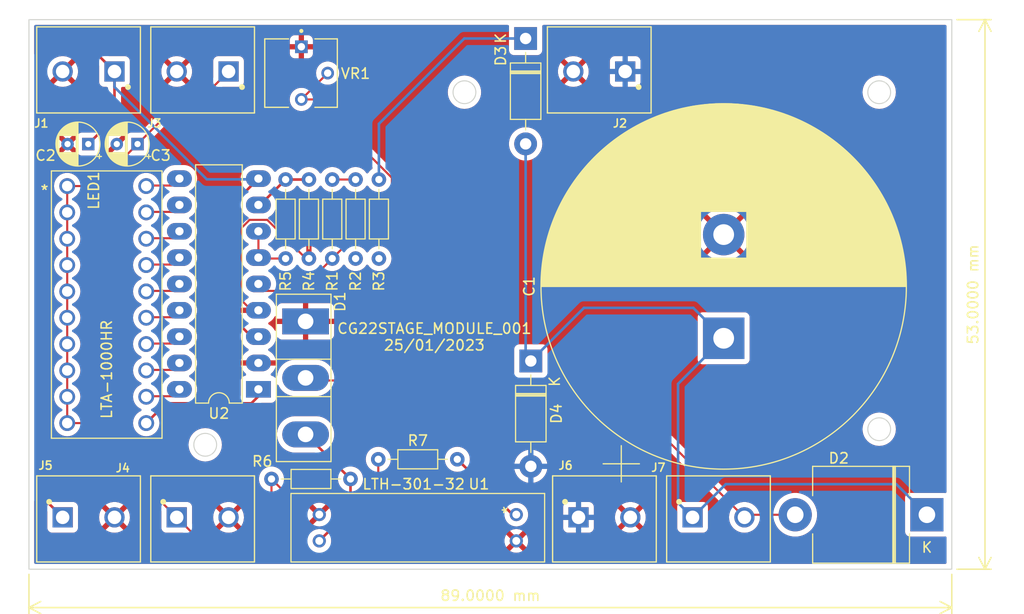
<source format=kicad_pcb>
(kicad_pcb (version 20211014) (generator pcbnew)
  (layers (0 "F.Cu" signal) (31 "B.Cu" signal) (34 "B.Paste" user) (35 "F.Paste" user) (36 "B.SilkS" user "B.Silkscreen") (37 "F.SilkS" user "F.Silkscreen") (38 "B.Mask" user) (39 "F.Mask" user) (44 "Edge.Cuts" user))
  (net 0 "")
  (net 1 "+400V")
  (net 2 "GND")
  (net 3 "+18V")
  (net 4 "Net-(D1-Pad3)")
  (net 5 "Net-(D3-Pad1)")
  (net 6 "Net-(LED1-Pad11)")
  (net 7 "Net-(LED1-Pad12)")
  (net 8 "Net-(LED1-Pad13)")
  (net 9 "Net-(LED1-Pad14)")
  (net 10 "Net-(LED1-Pad15)")
  (net 11 "Net-(LED1-Pad16)")
  (net 12 "Net-(LED1-Pad17)")
  (net 13 "Net-(LED1-Pad18)")
  (net 14 "Net-(LED1-Pad19)")
  (net 15 "Net-(LED1-Pad20)")
  (net 16 "Net-(R1-Pad1)")
  (net 17 "Net-(R1-Pad2)")
  (net 18 "Net-(R2-Pad2)")
  (net 19 "Net-(R4-Pad1)")
  (net 20 "Net-(R5-Pad2)")
  (net 21 "Net-(D1-Pad2)")
  (net 22 "Net-(C1-Pad1)")
  (net 23 "+3V")
  (net 24 "Net-(U1-Pad1)")
  (footprint "LTH-301-32:LTH-301-32" (layer "F.Cu") (at 192.4996 129.73 -90)
    (fp_text reference "U1" (at -2.93 3.5996 180) (layer "F.SilkS"))
    (fp_text value "LTH-301-32" (at -2.93 9.8996 180) (layer "F.SilkS"))
    (fp_text user "*" (at -0.442799 0.7996 90) (layer "F.SilkS"))
    (pad "1" thru_hole circle (at 0 0 270) (size 1.27 1.27) (drill 0.762) (layers *.Cu *.Mask) (net 24 "Net-(U1-Pad1)"))
    (pad "2" thru_hole circle (at 0 18.9992 270) (size 1.27 1.27) (drill 0.762) (layers *.Cu *.Mask) (net 2 "GND"))
    (pad "3" thru_hole circle (at 2.54 18.9992 270) (size 1.27 1.27) (drill 0.762) (layers *.Cu *.Mask) (net 4 "Net-(D1-Pad3)"))
    (pad "4" thru_hole circle (at 2.54 0 270) (size 1.27 1.27) (drill 0.762) (layers *.Cu *.Mask) (net 2 "GND"))
  )
  (footprint "2 Position Wire to Board Terminal Block Horizontal with Board 0.197 (5:2 Position Wire to Board Terminal Block Horizontal with Board 0.197 (5.00mm) Through Hole" (layer "F.Cu") (at 162.25 87 180)
    (fp_text reference "J3" (at 4.65 -5) (layer "F.SilkS") (effects (font (size 0.787402 0.787402))))
    (fp_text value "2AAA_BATT")
    (pad "1" thru_hole rect locked (at -2.5 0 180) (size 1.95 1.95) (drill 1.3) (layers *.Cu *.Mask) (net 23 "+3V"))
    (pad "2" thru_hole circle locked (at 2.5 0 180) (size 1.95 1.95) (drill 1.3) (layers *.Cu *.Mask) (net 2 "GND"))
  )
  (footprint "2 Position Wire to Board Terminal Block Horizontal with Board 0.197 (5:2 Position Wire to Board Terminal Block Horizontal with Board 0.197 (5.00mm) Through Hole" (layer "F.Cu") (at 162.25 130)
    (fp_text reference "J4" (at -7.7 -4.75) (layer "F.SilkS") (effects (font (size 0.787402 0.787402))))
    (fp_text value "2AAA_BATT")
    (pad "1" thru_hole rect locked (at -2.5 0) (size 1.95 1.95) (drill 1.3) (layers *.Cu *.Mask) (net 23 "+3V"))
    (pad "2" thru_hole circle locked (at 2.5 0) (size 1.95 1.95) (drill 1.3) (layers *.Cu *.Mask) (net 2 "GND"))
  )
  (footprint "Resistor_THT:R_Axial_DIN0204_L3.6mm_D1.6mm_P7.62mm_Horizontal" (layer "F.Cu") (at 170.25 97.42 -90)
    (fp_text reference "R5" (at 9.81 0 -270) (layer "F.SilkS"))
    (fp_text value "1K")
    (pad "1" thru_hole circle (at 0 0 270) (size 1.4 1.4) (drill 0.7) (layers *.Cu *.Mask) (net 19 "Net-(R4-Pad1)"))
    (pad "2" thru_hole oval (at 7.62 0 270) (size 1.4 1.4) (drill 0.7) (layers *.Cu *.Mask) (net 20 "Net-(R5-Pad2)"))
  )
  (footprint "Capacitor_THT:CP_Radial_D35.0mm_P10.00mm_SnapIn" (layer "F.Cu") (at 212.5 112.730499 90)
    (fp_text reference "C1" (at 5 -18.75 90) (layer "F.SilkS"))
    (fp_text value "1000U_450V")
    (pad "1" thru_hole rect (at 0 0 90) (size 4 4) (drill 2) (layers *.Cu *.Mask) (net 22 "Net-(C1-Pad1)"))
    (pad "2" thru_hole circle (at 10 0 90) (size 4 4) (drill 2) (layers *.Cu *.Mask) (net 2 "GND"))
  )
  (footprint "Resistor_THT:R_Axial_DIN0204_L3.6mm_D1.6mm_P7.62mm_Horizontal" (layer "F.Cu") (at 174.75 97.42 -90)
    (fp_text reference "R1" (at 9.81 0 90) (layer "F.SilkS"))
    (fp_text value "10M")
    (pad "1" thru_hole circle (at 0 0 270) (size 1.4 1.4) (drill 0.7) (layers *.Cu *.Mask) (net 16 "Net-(R1-Pad1)"))
    (pad "2" thru_hole oval (at 7.62 0 270) (size 1.4 1.4) (drill 0.7) (layers *.Cu *.Mask) (net 17 "Net-(R1-Pad2)"))
  )
  (footprint "Diode_THT:D_DO-41_SOD81_P10.16mm_Horizontal" (layer "F.Cu") (at 193.9 114.92 -90)
    (fp_text reference "D4" (at 5.08 -2.47 90) (layer "F.SilkS"))
    (fp_text value "1N4007")
    (fp_text user "K" (at 1.98 -2.3 90) (layer "F.SilkS"))
    (pad "1" thru_hole rect (at 0 0 270) (size 2.2 2.2) (drill 1.1) (layers *.Cu *.Mask) (net 22 "Net-(C1-Pad1)"))
    (pad "2" thru_hole oval (at 10.16 0 270) (size 2.2 2.2) (drill 1.1) (layers *.Cu *.Mask) (net 1 "+400V"))
  )
  (footprint "2 Position Wire to Board Terminal Block Horizontal with Board 0.197 (5:2 Position Wire to Board Terminal Block Horizontal with Board 0.197 (5.00mm) Through Hole" (layer "F.Cu") (at 201 130)
    (fp_text reference "J6" (at -3.75 -5) (layer "F.SilkS") (effects (font (size 0.787402 0.787402))))
    (fp_text value "BST_CONV")
    (pad "1" thru_hole rect locked (at -2.5 0) (size 1.95 1.95) (drill 1.3) (layers *.Cu *.Mask) (net 1 "+400V"))
    (pad "2" thru_hole circle locked (at 2.5 0) (size 1.95 1.95) (drill 1.3) (layers *.Cu *.Mask) (net 2 "GND"))
  )
  (footprint "Diode_THT:D_DO-41_SOD81_P10.16mm_Horizontal" (layer "F.Cu") (at 193.4 83.82 -90)
    (fp_text reference "D3" (at 1.68 2.4 -270) (layer "F.SilkS"))
    (fp_text value "1N4007")
    (fp_text user "K" (at -0.02 2.4 -270) (layer "F.SilkS"))
    (pad "1" thru_hole rect (at 0 0 270) (size 2.2 2.2) (drill 1.1) (layers *.Cu *.Mask) (net 5 "Net-(D3-Pad1)"))
    (pad "2" thru_hole oval (at 10.16 0 270) (size 2.2 2.2) (drill 1.1) (layers *.Cu *.Mask) (net 22 "Net-(C1-Pad1)"))
  )
  (footprint "Capacitor_THT:CP_Radial_D4.0mm_P2.00mm" (layer "F.Cu") (at 155.972599 94 180)
    (fp_text reference "C3" (at -2.227401 -1.1) (layer "F.SilkS"))
    (fp_text value "2U2_10V")
    (pad "1" thru_hole rect (at 0 0 180) (size 1.2 1.2) (drill 0.6) (layers *.Cu *.Mask) (net 23 "+3V"))
    (pad "2" thru_hole circle (at 2 0 180) (size 1.2 1.2) (drill 0.6) (layers *.Cu *.Mask) (net 2 "GND"))
  )
  (footprint "Resistor_THT:R_Axial_DIN0204_L3.6mm_D1.6mm_P7.62mm_Horizontal" (layer "F.Cu") (at 186.81 124.4 180)
    (fp_text reference "R7" (at 3.81 1.8) (layer "F.SilkS"))
    (fp_text value "100R")
    (pad "1" thru_hole circle (at 0 0 180) (size 1.4 1.4) (drill 0.7) (layers *.Cu *.Mask) (net 24 "Net-(U1-Pad1)"))
    (pad "2" thru_hole oval (at 7.62 0 180) (size 1.4 1.4) (drill 0.7) (layers *.Cu *.Mask) (net 23 "+3V"))
  )
  (footprint "Resistor_THT:R_Axial_DIN0204_L3.6mm_D1.6mm_P7.62mm_Horizontal" (layer "F.Cu") (at 172.5 97.42 -90)
    (fp_text reference "R4" (at 9.81 0 -270) (layer "F.SilkS"))
    (fp_text value "3K")
    (pad "1" thru_hole circle (at 0 0 270) (size 1.4 1.4) (drill 0.7) (layers *.Cu *.Mask) (net 19 "Net-(R4-Pad1)"))
    (pad "2" thru_hole oval (at 7.62 0 270) (size 1.4 1.4) (drill 0.7) (layers *.Cu *.Mask) (net 2 "GND"))
  )
  (footprint "Resistor_THT:R_Axial_DIN0204_L3.6mm_D1.6mm_P7.62mm_Horizontal" (layer "F.Cu") (at 177 97.42 -90)
    (fp_text reference "R2" (at 9.81 0 90) (layer "F.SilkS"))
    (fp_text value "10M")
    (pad "1" thru_hole circle (at 0 0 270) (size 1.4 1.4) (drill 0.7) (layers *.Cu *.Mask) (net 16 "Net-(R1-Pad1)"))
    (pad "2" thru_hole oval (at 7.62 0 270) (size 1.4 1.4) (drill 0.7) (layers *.Cu *.Mask) (net 18 "Net-(R2-Pad2)"))
  )
  (footprint "Resistor_THT:R_Axial_DIN0204_L3.6mm_D1.6mm_P7.62mm_Horizontal" (layer "F.Cu") (at 168.89 126.3)
    (fp_text reference "R6" (at -0.89 -1.7) (layer "F.SilkS"))
    (fp_text value "100R")
    (pad "1" thru_hole circle (at 0 0) (size 1.4 1.4) (drill 0.7) (layers *.Cu *.Mask) (net 23 "+3V"))
    (pad "2" thru_hole oval (at 7.62 0) (size 1.4 1.4) (drill 0.7) (layers *.Cu *.Mask) (net 4 "Net-(D1-Pad3)"))
  )
  (footprint "Package_TO_SOT_THT:TO-247-3_Vertical" (layer "F.Cu") (at 172.18 111.1 -90)
    (fp_text reference "D1" (at -1.9 -3.32 90) (layer "F.SilkS"))
    (fp_text value "SCR_70TPS12")
    (pad "1" thru_hole rect (at 0 0 270) (size 2.5 4.5) (drill 1.5) (layers *.Cu *.Mask) (net 2 "GND"))
    (pad "2" thru_hole oval (at 5.45 0 270) (size 2.5 4.5) (drill 1.5) (layers *.Cu *.Mask) (net 21 "Net-(D1-Pad2)"))
    (pad "3" thru_hole oval (at 10.9 0 270) (size 2.5 4.5) (drill 1.5) (layers *.Cu *.Mask) (net 4 "Net-(D1-Pad3)"))
  )
  (footprint "Package_DIP:DIP-18_W7.62mm_LongPads" (layer "F.Cu") (at 167.63 117.65 180)
    (fp_text reference "U2" (at 3.81 -2.33) (layer "F.SilkS"))
    (fp_text value "LM3914N")
    (pad "1" thru_hole rect (at 0 0 180) (size 2.4 1.6) (drill 0.8) (layers *.Cu *.Mask) (net 6 "Net-(LED1-Pad11)"))
    (pad "2" thru_hole oval (at 0 2.54 180) (size 2.4 1.6) (drill 0.8) (layers *.Cu *.Mask) (net 2 "GND"))
    (pad "3" thru_hole oval (at 0 5.08 180) (size 2.4 1.6) (drill 0.8) (layers *.Cu *.Mask) (net 3 "+18V"))
    (pad "4" thru_hole oval (at 0 7.62 180) (size 2.4 1.6) (drill 0.8) (layers *.Cu *.Mask) (net 2 "GND"))
    (pad "5" thru_hole oval (at 0 10.16 180) (size 2.4 1.6) (drill 0.8) (layers *.Cu *.Mask) (net 17 "Net-(R1-Pad2)"))
    (pad "6" thru_hole oval (at 0 12.7 180) (size 2.4 1.6) (drill 0.8) (layers *.Cu *.Mask) (net 20 "Net-(R5-Pad2)"))
    (pad "7" thru_hole oval (at 0 15.24 180) (size 2.4 1.6) (drill 0.8) (layers *.Cu *.Mask) (net 20 "Net-(R5-Pad2)"))
    (pad "8" thru_hole oval (at 0 17.78 180) (size 2.4 1.6) (drill 0.8) (layers *.Cu *.Mask) (net 19 "Net-(R4-Pad1)"))
    (pad "9" thru_hole oval (at 0 20.32 180) (size 2.4 1.6) (drill 0.8) (layers *.Cu *.Mask) (net 3 "+18V"))
    (pad "10" thru_hole oval (at 7.62 20.32 180) (size 2.4 1.6) (drill 0.8) (layers *.Cu *.Mask) (net 15 "Net-(LED1-Pad20)"))
    (pad "11" thru_hole oval (at 7.62 17.78 180) (size 2.4 1.6) (drill 0.8) (layers *.Cu *.Mask) (net 14 "Net-(LED1-Pad19)"))
    (pad "12" thru_hole oval (at 7.62 15.24 180) (size 2.4 1.6) (drill 0.8) (layers *.Cu *.Mask) (net 13 "Net-(LED1-Pad18)"))
    (pad "13" thru_hole oval (at 7.62 12.7 180) (size 2.4 1.6) (drill 0.8) (layers *.Cu *.Mask) (net 12 "Net-(LED1-Pad17)"))
    (pad "14" thru_hole oval (at 7.62 10.16 180) (size 2.4 1.6) (drill 0.8) (layers *.Cu *.Mask) (net 11 "Net-(LED1-Pad16)"))
    (pad "15" thru_hole oval (at 7.62 7.62 180) (size 2.4 1.6) (drill 0.8) (layers *.Cu *.Mask) (net 10 "Net-(LED1-Pad15)"))
    (pad "16" thru_hole oval (at 7.62 5.08 180) (size 2.4 1.6) (drill 0.8) (layers *.Cu *.Mask) (net 9 "Net-(LED1-Pad14)"))
    (pad "17" thru_hole oval (at 7.62 2.54 180) (size 2.4 1.6) (drill 0.8) (layers *.Cu *.Mask) (net 8 "Net-(LED1-Pad13)"))
    (pad "18" thru_hole oval (at 7.62 0 180) (size 2.4 1.6) (drill 0.8) (layers *.Cu *.Mask) (net 7 "Net-(LED1-Pad12)"))
  )
  (footprint "LTA-1000HR:LTA-1000HR" (layer "F.Cu") (at 149.19 98.05)
    (fp_text reference "LED1" (at 2.56 0.43 90) (layer "F.SilkS"))
    (fp_text value "LTA-1000HR" (at 3.81 17.68 90) (layer "F.SilkS"))
    (fp_text user "*" (at -2.19 0.43) (layer "F.SilkS"))
    (pad "1" thru_hole circle locked (at 0 0) (size 1.524 1.524) (drill 1.016) (layers *.Cu *.Mask) (net 23 "+3V"))
    (pad "2" thru_hole circle locked (at 0 2.54) (size 1.524 1.524) (drill 1.016) (layers *.Cu *.Mask) (net 23 "+3V"))
    (pad "3" thru_hole circle locked (at 0 5.08) (size 1.524 1.524) (drill 1.016) (layers *.Cu *.Mask) (net 23 "+3V"))
    (pad "4" thru_hole circle locked (at 0 7.62) (size 1.524 1.524) (drill 1.016) (layers *.Cu *.Mask) (net 23 "+3V"))
    (pad "5" thru_hole circle locked (at 0 10.16) (size 1.524 1.524) (drill 1.016) (layers *.Cu *.Mask) (net 23 "+3V"))
    (pad "6" thru_hole circle locked (at 0 12.7) (size 1.524 1.524) (drill 1.016) (layers *.Cu *.Mask) (net 23 "+3V"))
    (pad "7" thru_hole circle locked (at 0 15.24) (size 1.524 1.524) (drill 1.016) (layers *.Cu *.Mask) (net 23 "+3V"))
    (pad "8" thru_hole circle locked (at 0 17.78) (size 1.524 1.524) (drill 1.016) (layers *.Cu *.Mask) (net 23 "+3V"))
    (pad "9" thru_hole circle locked (at 0 20.32) (size 1.524 1.524) (drill 1.016) (layers *.Cu *.Mask) (net 23 "+3V"))
    (pad "10" thru_hole circle locked (at 0 22.86) (size 1.524 1.524) (drill 1.016) (layers *.Cu *.Mask) (net 23 "+3V"))
    (pad "11" thru_hole circle locked (at 7.62 22.86) (size 1.524 1.524) (drill 1.016) (layers *.Cu *.Mask) (net 6 "Net-(LED1-Pad11)"))
    (pad "12" thru_hole circle locked (at 7.62 20.32) (size 1.524 1.524) (drill 1.016) (layers *.Cu *.Mask) (net 7 "Net-(LED1-Pad12)"))
    (pad "13" thru_hole circle locked (at 7.62 17.78) (size 1.524 1.524) (drill 1.016) (layers *.Cu *.Mask) (net 8 "Net-(LED1-Pad13)"))
    (pad "14" thru_hole circle locked (at 7.62 15.24) (size 1.524 1.524) (drill 1.016) (layers *.Cu *.Mask) (net 9 "Net-(LED1-Pad14)"))
    (pad "15" thru_hole circle locked (at 7.62 12.7) (size 1.524 1.524) (drill 1.016) (layers *.Cu *.Mask) (net 10 "Net-(LED1-Pad15)"))
    (pad "16" thru_hole circle locked (at 7.62 10.16) (size 1.524 1.524) (drill 1.016) (layers *.Cu *.Mask) (net 11 "Net-(LED1-Pad16)"))
    (pad "17" thru_hole circle locked (at 7.62 7.62) (size 1.524 1.524) (drill 1.016) (layers *.Cu *.Mask) (net 12 "Net-(LED1-Pad17)"))
    (pad "18" thru_hole circle locked (at 7.62 5.08) (size 1.524 1.524) (drill 1.016) (layers *.Cu *.Mask) (net 13 "Net-(LED1-Pad18)"))
    (pad "19" thru_hole circle locked (at 7.62 2.54) (size 1.524 1.524) (drill 1.016) (layers *.Cu *.Mask) (net 14 "Net-(LED1-Pad19)"))
    (pad "20" thru_hole circle locked (at 7.62 0) (size 1.524 1.524) (drill 1.016) (layers *.Cu *.Mask) (net 15 "Net-(LED1-Pad20)"))
  )
  (footprint "3362P-1-504LF:3362P-1-504LF" (layer "F.Cu") (at 171.77 87.1555 -90)
    (fp_text reference "VR1" (at 0.0445 -5.23) (layer "F.SilkS") (effects (font (size 1.002756 1.002756))))
    (fp_text value "3362P-1-504LF")
    (pad "1" thru_hole rect locked (at -2.54 0 270) (size 1.222 1.222) (drill 0.714) (layers *.Cu *.Mask) (net 2 "GND"))
    (pad "2" thru_hole circle locked (at 0 -2.54 270) (size 1.222 1.222) (drill 0.714) (layers *.Cu *.Mask) (net 17 "Net-(R1-Pad2)"))
    (pad "3" thru_hole circle locked (at 2.54 0 270) (size 1.222 1.222) (drill 0.714) (layers *.Cu *.Mask) (net 17 "Net-(R1-Pad2)"))
  )
  (footprint "2 Position Wire to Board Terminal Block Horizontal with Board 0.197 (5:2 Position Wire to Board Terminal Block Horizontal with Board 0.197 (5.00mm) Through Hole" (layer "F.Cu") (at 151.25 87 180)
    (fp_text reference "J1" (at 4.55 -5) (layer "F.SilkS") (effects (font (size 0.787402 0.787402))))
    (fp_text value "DRILL_BAT")
    (pad "1" thru_hole rect locked (at -2.5 0 180) (size 1.95 1.95) (drill 1.3) (layers *.Cu *.Mask) (net 3 "+18V"))
    (pad "2" thru_hole circle locked (at 2.5 0 180) (size 1.95 1.95) (drill 1.3) (layers *.Cu *.Mask) (net 2 "GND"))
  )
  (footprint "2 Position Wire to Board Terminal Block Horizontal with Board 0.197 (5:2 Position Wire to Board Terminal Block Horizontal with Board 0.197 (5.00mm) Through Hole" (layer "F.Cu") (at 212 130)
    (fp_text reference "J7" (at -5.8 -4.8) (layer "F.SilkS") (effects (font (size 0.787402 0.787402))))
    (fp_text value "COIL")
    (pad "1" thru_hole rect locked (at -2.5 0) (size 1.95 1.95) (drill 1.3) (layers *.Cu *.Mask) (net 22 "Net-(C1-Pad1)"))
    (pad "2" thru_hole circle locked (at 2.5 0) (size 1.95 1.95) (drill 1.3) (layers *.Cu *.Mask) (net 21 "Net-(D1-Pad2)"))
  )
  (footprint "Capacitor_THT:CP_Radial_D4.0mm_P2.00mm" (layer "F.Cu") (at 151.222599 94 180)
    (fp_text reference "C2" (at 4.122599 -1.1) (layer "F.SilkS"))
    (fp_text value "2U2_10V")
    (pad "1" thru_hole rect (at 0 0 180) (size 1.2 1.2) (drill 0.6) (layers *.Cu *.Mask) (net 3 "+18V"))
    (pad "2" thru_hole circle (at 2 0 180) (size 1.2 1.2) (drill 0.6) (layers *.Cu *.Mask) (net 2 "GND"))
  )
  (footprint "Diode_THT:D_P600_R-6_P12.70mm_Horizontal" (layer "F.Cu") (at 232.1 129.75 180)
    (fp_text reference "D2" (at 8.5 5.45 180) (layer "F.SilkS"))
    (fp_text value "FR607")
    (fp_text user "K" (at 0 -3.15 180) (layer "F.SilkS"))
    (pad "1" thru_hole rect (at 0 0 180) (size 3.2 3.2) (drill 1.6) (layers *.Cu *.Mask) (net 22 "Net-(C1-Pad1)"))
    (pad "2" thru_hole oval (at 12.7 0 180) (size 3.2 3.2) (drill 1.6) (layers *.Cu *.Mask) (net 21 "Net-(D1-Pad2)"))
  )
  (footprint "2 Position Wire to Board Terminal Block Horizontal with Board 0.197 (5:2 Position Wire to Board Terminal Block Horizontal with Board 0.197 (5.00mm) Through Hole" (layer "F.Cu") (at 200.5 87 180)
    (fp_text reference "J2" (at -2 -5) (layer "F.SilkS") (effects (font (size 0.787402 0.787402))))
    (fp_text value "BST_CONV")
    (pad "1" thru_hole rect locked (at -2.5 0 180) (size 1.95 1.95) (drill 1.3) (layers *.Cu *.Mask) (net 1 "+400V"))
    (pad "2" thru_hole circle locked (at 2.5 0 180) (size 1.95 1.95) (drill 1.3) (layers *.Cu *.Mask) (net 2 "GND"))
  )
  (footprint "Resistor_THT:R_Axial_DIN0204_L3.6mm_D1.6mm_P7.62mm_Horizontal" (layer "F.Cu") (at 179.25 97.42 -90)
    (fp_text reference "R3" (at 9.81 0 90) (layer "F.SilkS"))
    (fp_text value "10M")
    (pad "1" thru_hole circle (at 0 0 270) (size 1.4 1.4) (drill 0.7) (layers *.Cu *.Mask) (net 5 "Net-(D3-Pad1)"))
    (pad "2" thru_hole oval (at 7.62 0 270) (size 1.4 1.4) (drill 0.7) (layers *.Cu *.Mask) (net 18 "Net-(R2-Pad2)"))
  )
  (footprint "2 Position Wire to Board Terminal Block Horizontal with Board 0.197 (5:2 Position Wire to Board Terminal Block Horizontal with Board 0.197 (5.00mm) Through Hole" (layer "F.Cu") (at 151.25 130)
    (fp_text reference "J5" (at -4.15 -5) (layer "F.SilkS") (effects (font (size 0.787402 0.787402))))
    (fp_text value "DRILL_BAT")
    (pad "1" thru_hole rect locked (at -2.5 0) (size 1.95 1.95) (drill 1.3) (layers *.Cu *.Mask) (net 3 "+18V"))
    (pad "2" thru_hole circle locked (at 2.5 0) (size 1.95 1.95) (drill 1.3) (layers *.Cu *.Mask) (net 2 "GND"))
  )
  (gr_rect (start 145.5 135) (end 234.5 82) (layer "Edge.Cuts") (width 0.1) (fill none))
  (gr_circle (center 187.5 89) (end 187.5 87.9) (layer "Edge.Cuts") (width 0.1) (fill none))
  (gr_circle (center 227.5 89) (end 227.5 87.9) (layer "Edge.Cuts") (width 0.1) (fill none))
  (gr_circle (center 227.5 121.5) (end 227.5 120.4) (layer "Edge.Cuts") (width 0.1) (fill none))
  (gr_circle (center 162.5 123) (end 162.5 121.9) (layer "Edge.Cuts") (width 0.1) (fill none))
  (gr_text "CG22STAGE_MODULE_001\n25/01/2023" (at 184.6 112.6) (layer "F.SilkS") (effects (font (size 1 1))))
  (dimension (type aligned) (layer "F.SilkS") (pts (xy 145.5 135) (xy 234.5 135)) (height 3.699999) (gr_text "89.0000 mm" (at 190 137.549999) (layer "F.SilkS") (effects (font (size 1 1) (thickness 0.15)))) (format (units 3) (units_format 1) (precision 4)) (style (thickness 0.15) (arrow_length 1.27) (text_position_mode 0) (extension_height 0.58642) (extension_offset 0.5) keep_text_aligned))
  (dimension (type aligned) (layer "F.SilkS") (pts (xy 234.5 135) (xy 234.5 82)) (height 3.2) (gr_text "53.0000 mm" (at 236.55 108.5 90) (layer "F.SilkS") (effects (font (size 1 1) (thickness 0.15)))) (format (units 3) (units_format 1) (precision 4)) (style (thickness 0.15) (arrow_length 1.27) (text_position_mode 0) (extension_height 0.58642) (extension_offset 0.5) keep_text_aligned))
  (segment (start 166 102.084365) (end 166 109.07) (width 0.2) (layer "F.Cu") (net 2))
  (segment (start 172.215635 105.04) (end 168.485635 101.31) (width 0.2) (layer "F.Cu") (net 2))
  (segment (start 168.485635 101.31) (end 166.774365 101.31) (width 0.2) (layer "F.Cu") (net 2))
  (segment (start 166.774365 101.31) (end 166 102.084365) (width 0.2) (layer "F.Cu") (net 2))
  (segment (start 166 109.07) (end 167.63 110.7) (width 0.2) (layer "F.Cu") (net 2))
  (segment (start 167.63 113.24) (end 164.805 110.415) (width 0.25) (layer "F.Cu") (net 3))
  (segment (start 153.75 87) (end 153.75 91.472599) (width 0.25) (layer "F.Cu") (net 3))
  (segment (start 164.805 110.415) (end 164.805 100.155) (width 0.25) (layer "F.Cu") (net 3))
  (segment (start 164.805 100.155) (end 167.08 97.88) (width 0.25) (layer "F.Cu") (net 3))
  (segment (start 148.75 130) (end 146.5 127.75) (width 0.25) (layer "F.Cu") (net 3))
  (segment (start 146.5 127.75) (end 146.5 86) (width 0.25) (layer "F.Cu") (net 3))
  (segment (start 148 84.5) (end 151.25 84.5) (width 0.25) (layer "F.Cu") (net 3))
  (segment (start 151.25 84.5) (end 153.75 87) (width 0.25) (layer "F.Cu") (net 3))
  (segment (start 146.5 86) (end 148 84.5) (width 0.25) (layer "F.Cu") (net 3))
  (segment (start 153.75 91.472599) (end 151.222599 94) (width 0.25) (layer "F.Cu") (net 3))
  (segment (start 162.65 97.4) (end 167.56 97.4) (width 0.25) (layer "B.Cu") (net 3))
  (segment (start 153.75 88.5) (end 162.65 97.4) (width 0.25) (layer "B.Cu") (net 3))
  (segment (start 153.75 87) (end 153.75 88.5) (width 0.25) (layer "B.Cu") (net 3))
  (segment (start 172.21 122) (end 172.18 122) (width 0.25) (layer "F.Cu") (net 4))
  (segment (start 173.5004 132.27) (end 176.51 129.2604) (width 0.25) (layer "F.Cu") (net 4))
  (segment (start 176.51 129.2604) (end 176.51 126.3) (width 0.25) (layer "F.Cu") (net 4))
  (segment (start 176.51 126.3) (end 172.21 122) (width 0.25) (layer "F.Cu") (net 4))
  (segment (start 179.25 92.05) (end 179.25 97.42) (width 0.25) (layer "B.Cu") (net 5))
  (segment (start 187.48 83.82) (end 179.25 92.05) (width 0.25) (layer "B.Cu") (net 5))
  (segment (start 193.4 83.82) (end 187.48 83.82) (width 0.25) (layer "B.Cu") (net 5))
  (segment (start 166.95 119) (end 167.63 118.32) (width 0.25) (layer "F.Cu") (net 6))
  (segment (start 167.63 118.32) (end 167.63 117.65) (width 0.25) (layer "F.Cu") (net 6))
  (segment (start 156.81 120.91) (end 158.72 119) (width 0.25) (layer "F.Cu") (net 6))
  (segment (start 158.72 119) (end 166.95 119) (width 0.25) (layer "F.Cu") (net 6))
  (segment (start 159.34 118.32) (end 156.86 118.32) (width 0.2) (layer "F.Cu") (net 7))
  (segment (start 160.01 117.65) (end 159.34 118.32) (width 0.2) (layer "F.Cu") (net 7))
  (segment (start 160.01 115.11) (end 159.34 115.78) (width 0.2) (layer "F.Cu") (net 8))
  (segment (start 159.34 115.78) (end 156.86 115.78) (width 0.2) (layer "F.Cu") (net 8))
  (segment (start 159.34 113.24) (end 156.86 113.24) (width 0.2) (layer "F.Cu") (net 9))
  (segment (start 160.01 112.57) (end 159.34 113.24) (width 0.2) (layer "F.Cu") (net 9))
  (segment (start 160.01 110.03) (end 159.34 110.7) (width 0.2) (layer "F.Cu") (net 10))
  (segment (start 159.34 110.7) (end 156.86 110.7) (width 0.2) (layer "F.Cu") (net 10))
  (segment (start 159.34 108.16) (end 156.86 108.16) (width 0.2) (layer "F.Cu") (net 11))
  (segment (start 160.01 107.49) (end 159.34 108.16) (width 0.2) (layer "F.Cu") (net 11))
  (segment (start 159.34 105.62) (end 156.86 105.62) (width 0.2) (layer "F.Cu") (net 12))
  (segment (start 160.01 104.95) (end 159.34 105.62) (width 0.2) (layer "F.Cu") (net 12))
  (segment (start 160.01 102.41) (end 159.34 103.08) (width 0.2) (layer "F.Cu") (net 13))
  (segment (start 159.34 103.08) (end 156.86 103.08) (width 0.2) (layer "F.Cu") (net 13))
  (segment (start 160.01 99.87) (end 159.34 100.54) (width 0.2) (layer "F.Cu") (net 14))
  (segment (start 159.34 100.54) (end 156.86 100.54) (width 0.2) (layer "F.Cu") (net 14))
  (segment (start 160.01 97.33) (end 159.34 98) (width 0.2) (layer "F.Cu") (net 15))
  (segment (start 159.34 98) (end 156.86 98) (width 0.2) (layer "F.Cu") (net 15))
  (segment (start 174.75 97.42) (end 177 97.42) (width 0.2) (layer "F.Cu") (net 16))
  (segment (start 171.77 89.6955) (end 174.31 87.1555) (width 0.2) (layer "F.Cu") (net 17))
  (segment (start 171.63 108.16) (end 168.3 108.16) (width 0.2) (layer "F.Cu") (net 17))
  (segment (start 168.3 108.16) (end 167.63 107.49) (width 0.2) (layer "F.Cu") (net 17))
  (segment (start 180.5 99.29) (end 171.63 108.16) (width 0.2) (layer "F.Cu") (net 17))
  (segment (start 171.77 89.6955) (end 172.9455 89.6955) (width 0.2) (layer "F.Cu") (net 17))
  (segment (start 180.5 97.25) (end 180.5 99.29) (width 0.2) (layer "F.Cu") (net 17))
  (segment (start 172.9455 89.6955) (end 180.5 97.25) (width 0.2) (layer "F.Cu") (net 17))
  (segment (start 167.63 100.04) (end 170.25 97.42) (width 0.25) (layer "F.Cu") (net 19))
  (segment (start 170.25 97.42) (end 172.5 97.42) (width 0.25) (layer "F.Cu") (net 19))
  (segment (start 170.25 105.04) (end 167.72 105.04) (width 0.2) (layer "F.Cu") (net 20))
  (segment (start 167.63 102.41) (end 167.63 104.95) (width 0.2) (layer "F.Cu") (net 20))
  (segment (start 172.43 116.8) (end 201.3 116.8) (width 0.2) (layer "F.Cu") (net 21))
  (segment (start 214.75 129.75) (end 214.5 130) (width 0.2) (layer "F.Cu") (net 21))
  (segment (start 219.4 129.75) (end 214.75 129.75) (width 0.2) (layer "F.Cu") (net 21))
  (segment (start 201.3 116.8) (end 214.5 130) (width 0.2) (layer "F.Cu") (net 21))
  (segment (start 199.02 109.8) (end 193.9 114.92) (width 0.25) (layer "B.Cu") (net 22))
  (segment (start 212.5 112.730499) (end 209.569501 109.8) (width 0.25) (layer "B.Cu") (net 22))
  (segment (start 208.1 117.130499) (end 212.5 112.730499) (width 0.25) (layer "B.Cu") (net 22))
  (segment (start 229.15 126.8) (end 212.7 126.8) (width 0.25) (layer "B.Cu") (net 22))
  (segment (start 209.569501 109.8) (end 199.02 109.8) (width 0.25) (layer "B.Cu") (net 22))
  (segment (start 232.1 129.75) (end 229.15 126.8) (width 0.25) (layer "B.Cu") (net 22))
  (segment (start 212.7 126.8) (end 209.5 130) (width 0.25) (layer "B.Cu") (net 22))
  (segment (start 208.1 128.6) (end 208.1 117.130499) (width 0.25) (layer "B.Cu") (net 22))
  (segment (start 209.5 130) (end 208.1 128.6) (width 0.25) (layer "B.Cu") (net 22))
  (segment (start 193.4 93.98) (end 193.4 114.42) (width 0.25) (layer "B.Cu") (net 22))
  (segment (start 179.19 129.11) (end 179.19 124.4) (width 0.2) (layer "F.Cu") (net 23))
  (segment (start 150.66 120.91) (end 159.75 130) (width 0.2) (layer "F.Cu") (net 23))
  (segment (start 174.7 133.6) (end 179.19 129.11) (width 0.2) (layer "F.Cu") (net 23))
  (segment (start 149.19 103.13) (end 149.19 105.67) (width 0.2) (layer "F.Cu") (net 23))
  (segment (start 155.972599 94) (end 151.922599 98.05) (width 0.2) (layer "F.Cu") (net 23))
  (segment (start 164.75 87) (end 161.25 90.5) (width 0.2) (layer "F.Cu") (net 23))
  (segment (start 151.922599 98.05) (end 149.19 98.05) (width 0.2) (layer "F.Cu") (net 23))
  (segment (start 162.15 132.4) (end 167.5 132.4) (width 0.2) (layer "F.Cu") (net 23))
  (segment (start 149.19 105.67) (end 149.19 108.21) (width 0.2) (layer "F.Cu") (net 23))
  (segment (start 167.5 132.4) (end 169 130.9) (width 0.2) (layer "F.Cu") (net 23))
  (segment (start 161.25 90.5) (end 159.472599 90.5) (width 0.2) (layer "F.Cu") (net 23))
  (segment (start 149.19 108.21) (end 149.19 110.75) (width 0.2) (layer "F.Cu") (net 23))
  (segment (start 149.19 98.05) (end 149.19 100.59) (width 0.2) (layer "F.Cu") (net 23))
  (segment (start 169 130.9) (end 168.89 130.79) (width 0.2) (layer "F.Cu") (net 23))
  (segment (start 149.19 115.83) (end 149.19 118.37) (width 0.2) (layer "F.Cu") (net 23))
  (segment (start 149.19 110.75) (end 149.19 113.29) (width 0.2) (layer "F.Cu") (net 23))
  (segment (start 168.89 130.79) (end 168.89 126.3) (width 0.2) (layer "F.Cu") (net 23))
  (segment (start 159.75 130) (end 162.15 132.4) (width 0.2) (layer "F.Cu") (net 23))
  (segment (start 171.9 129.31) (end 171.9 132.8) (width 0.2) (layer "F.Cu") (net 23))
  (segment (start 149.19 120.91) (end 150.66 120.91) (width 0.2) (layer "F.Cu") (net 23))
  (segment (start 149.19 113.29) (end 149.19 115.83) (width 0.2) (layer "F.Cu") (net 23))
  (segment (start 159.472599 90.5) (end 155.972599 94) (width 0.2) (layer "F.Cu") (net 23))
  (segment (start 168.89 126.3) (end 171.9 129.31) (width 0.2) (layer "F.Cu") (net 23))
  (segment (start 172.7 133.6) (end 174.7 133.6) (width 0.2) (layer "F.Cu") (net 23))
  (segment (start 149.19 118.37) (end 149.19 120.91) (width 0.2) (layer "F.Cu") (net 23))
  (segment (start 171.9 132.8) (end 172.7 133.6) (width 0.2) (layer "F.Cu") (net 23))
  (segment (start 149.19 100.59) (end 149.19 103.13) (width 0.2) (layer "F.Cu") (net 23))
  (segment (start 192.14 129.73) (end 192.4996 129.73) (width 0.25) (layer "F.Cu") (net 24))
  (segment (start 186.81 124.4) (end 192.14 129.73) (width 0.25) (layer "F.Cu") (net 24))
  (zone (net 2) (net_name "GND") (layer "F.Cu") (connect_pads (clearance 0.508)) (min_thickness 0.254) (fill yes (thermal_gap 0.508) (thermal_bridge_width 0.508))
    (polygon (pts (xy 234.5 135) (xy 145.5 135) (xy 145.5 82) (xy 234.5 82)))
  )
  (zone (net 1) (net_name "+400V") (layer "B.Cu") (connect_pads (clearance 0.508)) (min_thickness 0.254) (fill yes (thermal_gap 0.508) (thermal_bridge_width 0.508))
    (polygon (pts (xy 234.5 135) (xy 145.5 135) (xy 145.5 82) (xy 234.5 82)))
  )
)
</source>
